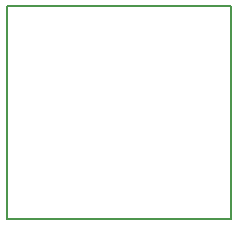
<source format=gbr>
%TF.GenerationSoftware,KiCad,Pcbnew,6.0.1-79c1e3a40b~116~ubuntu20.04.1*%
%TF.CreationDate,2022-02-15T14:13:17+00:00*%
%TF.ProjectId,LED,4c45442e-6b69-4636-9164-5f7063625858,rev?*%
%TF.SameCoordinates,Original*%
%TF.FileFunction,Profile,NP*%
%FSLAX46Y46*%
G04 Gerber Fmt 4.6, Leading zero omitted, Abs format (unit mm)*
G04 Created by KiCad (PCBNEW 6.0.1-79c1e3a40b~116~ubuntu20.04.1) date 2022-02-15 14:13:17*
%MOMM*%
%LPD*%
G01*
G04 APERTURE LIST*
%TA.AperFunction,Profile*%
%ADD10C,0.150000*%
%TD*%
G04 APERTURE END LIST*
D10*
X133500000Y-70000000D02*
X152500000Y-70000000D01*
X152500000Y-70000000D02*
X152500000Y-88000000D01*
X152500000Y-88000000D02*
X133500000Y-88000000D01*
X133500000Y-88000000D02*
X133500000Y-70000000D01*
M02*

</source>
